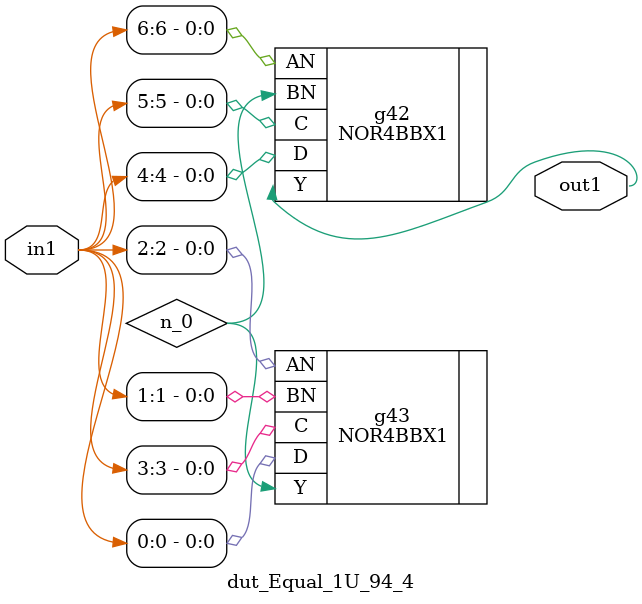
<source format=v>
`timescale 1ps / 1ps


module dut_Equal_1U_94_4(in1, out1);
  input [6:0] in1;
  output out1;
  wire [6:0] in1;
  wire out1;
  wire n_0;
  NOR4BBX1 g42(.AN (in1[6]), .BN (n_0), .C (in1[5]), .D (in1[4]), .Y
       (out1));
  NOR4BBX1 g43(.AN (in1[2]), .BN (in1[1]), .C (in1[3]), .D (in1[0]), .Y
       (n_0));
endmodule



</source>
